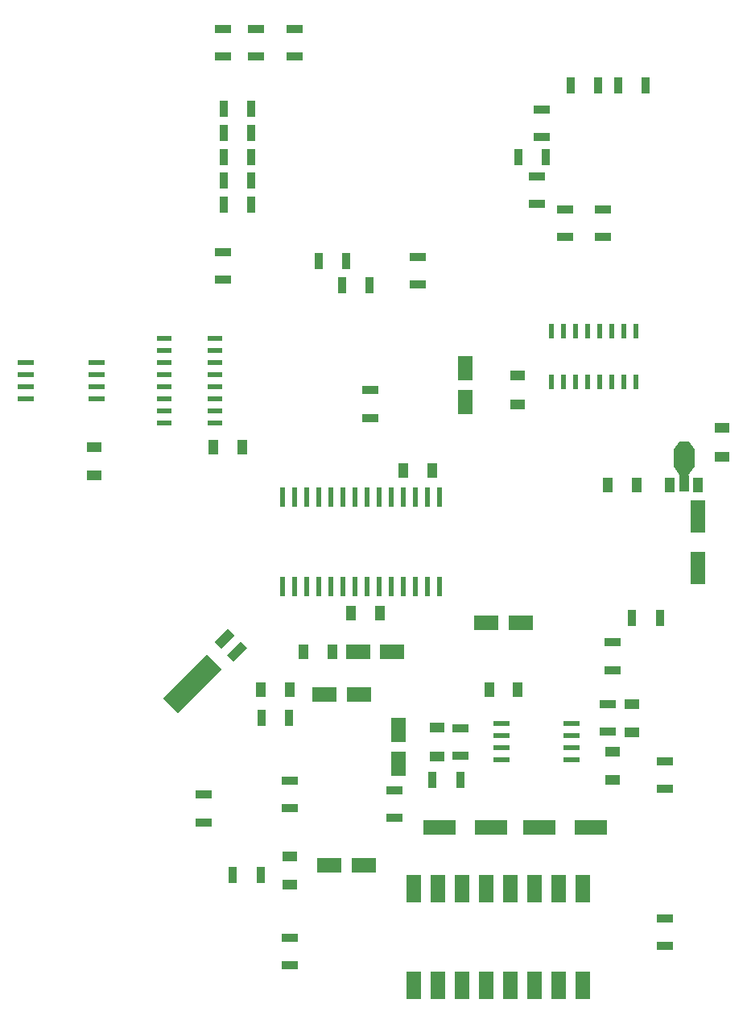
<source format=gbr>
G04 #@! TF.FileFunction,Paste,Bot*
%FSLAX46Y46*%
G04 Gerber Fmt 4.6, Leading zero omitted, Abs format (unit mm)*
G04 Created by KiCad (PCBNEW 4.0.7) date Mon Nov 20 20:18:14 2017*
%MOMM*%
%LPD*%
G01*
G04 APERTURE LIST*
%ADD10C,0.100000*%
%ADD11R,2.600000X1.600000*%
%ADD12R,1.000000X1.600000*%
%ADD13R,1.700000X0.900000*%
%ADD14R,1.600000X2.600000*%
%ADD15R,0.900000X1.700000*%
%ADD16R,1.600000X3.500000*%
%ADD17R,3.500000X1.600000*%
%ADD18R,0.600000X2.000000*%
%ADD19R,1.600000X1.000000*%
%ADD20R,1.000000X1.500000*%
%ADD21R,1.000000X1.800000*%
%ADD22R,2.200000X1.840000*%
%ADD23R,1.500000X3.000000*%
%ADD24R,1.750000X0.550000*%
%ADD25R,1.500000X0.600000*%
%ADD26R,0.600000X1.500000*%
G04 APERTURE END LIST*
D10*
D11*
X38800000Y33500000D03*
X35200000Y33500000D03*
D12*
X33000000Y38000000D03*
X36000000Y38000000D03*
X31500000Y34000000D03*
X28500000Y34000000D03*
D13*
X49500000Y27050000D03*
X49500000Y29950000D03*
D14*
X43000000Y29800000D03*
X43000000Y26200000D03*
D15*
X24550000Y92500000D03*
X27450000Y92500000D03*
D11*
X42300000Y38000000D03*
X38700000Y38000000D03*
D14*
X50000000Y64200000D03*
X50000000Y67800000D03*
D11*
X39300000Y15500000D03*
X35700000Y15500000D03*
X52200000Y41000000D03*
X55800000Y41000000D03*
D16*
X74500000Y46800000D03*
X74500000Y52200000D03*
D17*
X47300000Y19500000D03*
X52700000Y19500000D03*
X63200000Y19500000D03*
X57800000Y19500000D03*
D18*
X47255000Y44800000D03*
X45985000Y44800000D03*
X44715000Y44800000D03*
X43445000Y44800000D03*
X42175000Y44800000D03*
X40905000Y44800000D03*
X39635000Y44800000D03*
X38365000Y44800000D03*
X37095000Y44800000D03*
X35825000Y44800000D03*
X34555000Y44800000D03*
X33285000Y44800000D03*
X32015000Y44800000D03*
X30745000Y44800000D03*
X30745000Y54200000D03*
X32015000Y54200000D03*
X33285000Y54200000D03*
X34555000Y54200000D03*
X35825000Y54200000D03*
X37095000Y54200000D03*
X38365000Y54200000D03*
X39635000Y54200000D03*
X40905000Y54200000D03*
X42175000Y54200000D03*
X43445000Y54200000D03*
X44715000Y54200000D03*
X45985000Y54200000D03*
X47255000Y54200000D03*
D13*
X22500000Y20050000D03*
X22500000Y22950000D03*
X40000000Y62550000D03*
X40000000Y65450000D03*
D15*
X24550000Y90000000D03*
X27450000Y90000000D03*
X24550000Y87500000D03*
X27450000Y87500000D03*
D13*
X45000000Y76550000D03*
X45000000Y79450000D03*
D15*
X37050000Y76500000D03*
X39950000Y76500000D03*
X34550000Y79000000D03*
X37450000Y79000000D03*
X24550000Y95000000D03*
X27450000Y95000000D03*
D13*
X32000000Y103450000D03*
X32000000Y100550000D03*
D15*
X24550000Y85000000D03*
X27450000Y85000000D03*
D13*
X24500000Y77050000D03*
X24500000Y79950000D03*
X28000000Y103450000D03*
X28000000Y100550000D03*
X24500000Y103450000D03*
X24500000Y100550000D03*
X64500000Y84450000D03*
X64500000Y81550000D03*
X60500000Y84450000D03*
X60500000Y81550000D03*
X57500000Y87950000D03*
X57500000Y85050000D03*
D15*
X58450000Y90000000D03*
X55550000Y90000000D03*
D13*
X58000000Y92050000D03*
X58000000Y94950000D03*
D15*
X63950000Y97500000D03*
X61050000Y97500000D03*
X66050000Y97500000D03*
X68950000Y97500000D03*
D13*
X31500000Y5050000D03*
X31500000Y7950000D03*
D15*
X28450000Y14500000D03*
X25550000Y14500000D03*
D13*
X31500000Y21550000D03*
X31500000Y24450000D03*
D15*
X31450000Y31000000D03*
X28550000Y31000000D03*
D13*
X65000000Y29550000D03*
X65000000Y32450000D03*
X71000000Y26450000D03*
X71000000Y23550000D03*
X65500000Y38950000D03*
X65500000Y36050000D03*
D15*
X67550000Y41500000D03*
X70450000Y41500000D03*
D13*
X71000000Y9950000D03*
X71000000Y7050000D03*
D15*
X46550000Y24500000D03*
X49450000Y24500000D03*
D13*
X42500000Y23450000D03*
X42500000Y20550000D03*
D12*
X41000000Y42000000D03*
X38000000Y42000000D03*
X43500000Y57000000D03*
X46500000Y57000000D03*
D19*
X31500000Y13500000D03*
X31500000Y16500000D03*
X67500000Y29500000D03*
X67500000Y32500000D03*
D12*
X52500000Y34000000D03*
X55500000Y34000000D03*
D19*
X65500000Y24500000D03*
X65500000Y27500000D03*
X47000000Y27000000D03*
X47000000Y30000000D03*
X77000000Y58500000D03*
X77000000Y61500000D03*
D12*
X68000000Y55500000D03*
X65000000Y55500000D03*
D10*
G36*
X73500000Y60092000D02*
X74100000Y59242000D01*
X71900000Y59242000D01*
X72500000Y60092000D01*
X73500000Y60092000D01*
X73500000Y60092000D01*
G37*
D20*
X74500000Y55520000D03*
D21*
X73000000Y55666500D03*
D20*
X71500000Y55520000D03*
D22*
X73000000Y58333500D03*
D10*
G36*
X72600000Y56423800D02*
X71900000Y57423800D01*
X74100000Y57423800D01*
X73400000Y56423800D01*
X72600000Y56423800D01*
X72600000Y56423800D01*
G37*
D19*
X11000000Y59500000D03*
X11000000Y56500000D03*
D12*
X23500000Y59500000D03*
X26500000Y59500000D03*
D19*
X55500000Y67000000D03*
X55500000Y64000000D03*
D23*
X62390000Y13080000D03*
X59850000Y13080000D03*
X57310000Y13080000D03*
X54770000Y13080000D03*
X52230000Y13080000D03*
X49690000Y13080000D03*
X47150000Y13080000D03*
X44610000Y13080000D03*
X62390000Y2920000D03*
X59850000Y2920000D03*
X57310000Y2920000D03*
X54770000Y2920000D03*
X52230000Y2920000D03*
X49690000Y2920000D03*
X47150000Y2920000D03*
X44610000Y2920000D03*
D24*
X3800000Y64595000D03*
X3800000Y65865000D03*
X3800000Y67135000D03*
X3800000Y68405000D03*
X11200000Y68405000D03*
X11200000Y67135000D03*
X11200000Y65865000D03*
X11200000Y64595000D03*
X61200000Y30405000D03*
X61200000Y29135000D03*
X61200000Y27865000D03*
X61200000Y26595000D03*
X53800000Y26595000D03*
X53800000Y27865000D03*
X53800000Y29135000D03*
X53800000Y30405000D03*
D25*
X18300000Y62055000D03*
X18300000Y63325000D03*
X18300000Y64595000D03*
X18300000Y65865000D03*
X18300000Y67135000D03*
X18300000Y68405000D03*
X18300000Y69675000D03*
X18300000Y70945000D03*
X23700000Y70945000D03*
X23700000Y69675000D03*
X23700000Y68405000D03*
X23700000Y67135000D03*
X23700000Y65865000D03*
X23700000Y64595000D03*
X23700000Y63325000D03*
X23700000Y62055000D03*
D26*
X59055000Y71700000D03*
X60325000Y71700000D03*
X61595000Y71700000D03*
X62865000Y71700000D03*
X64135000Y71700000D03*
X65405000Y71700000D03*
X66675000Y71700000D03*
X67945000Y71700000D03*
X67945000Y66300000D03*
X66675000Y66300000D03*
X65405000Y66300000D03*
X64135000Y66300000D03*
X62865000Y66300000D03*
X61595000Y66300000D03*
X60325000Y66300000D03*
X59055000Y66300000D03*
D10*
G36*
X27060660Y38353553D02*
X25646447Y36939340D01*
X24939340Y37646447D01*
X26353553Y39060660D01*
X27060660Y38353553D01*
X27060660Y38353553D01*
G37*
G36*
X25717157Y39697056D02*
X24302944Y38282843D01*
X23595837Y38989950D01*
X25010050Y40404163D01*
X25717157Y39697056D01*
X25717157Y39697056D01*
G37*
G36*
X24338299Y36126167D02*
X19742105Y31529973D01*
X18186471Y33085607D01*
X22782665Y37681801D01*
X24338299Y36126167D01*
X24338299Y36126167D01*
G37*
M02*

</source>
